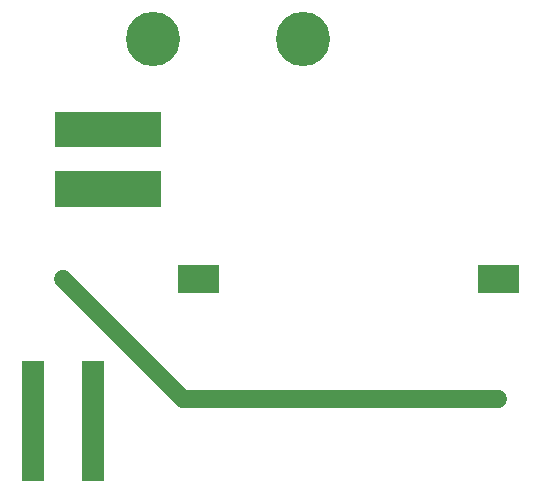
<source format=gbr>
%FSLAX32Y32*%
%MOMM*%
%LNLOETSTOP2*%
G71*
G01*
%ADD10C, 4.60*%
%ADD11C, 1.49*%
%LPD*%
X13206Y9238D02*
G54D10*
D03*
X11936Y9238D02*
G54D10*
D03*
G36*
X15030Y7326D02*
X14684Y7326D01*
X14684Y7086D01*
X15030Y7086D01*
X15030Y7326D01*
G37*
G36*
X12490Y7326D02*
X12144Y7326D01*
X12144Y7086D01*
X12490Y7086D01*
X12490Y7326D01*
G37*
G54D11*
X14857Y6190D02*
X12190Y6190D01*
X11174Y7206D01*
G36*
X11104Y7818D02*
X11244Y7818D01*
X11244Y8118D01*
X11104Y8118D01*
X11104Y7818D01*
G37*
G36*
X11231Y7818D02*
X11371Y7818D01*
X11371Y8118D01*
X11231Y8118D01*
X11231Y7818D01*
G37*
G36*
X11358Y7818D02*
X11498Y7818D01*
X11498Y8118D01*
X11358Y8118D01*
X11358Y7818D01*
G37*
G36*
X11485Y7818D02*
X11625Y7818D01*
X11625Y8118D01*
X11485Y8118D01*
X11485Y7818D01*
G37*
G36*
X11612Y7818D02*
X11752Y7818D01*
X11752Y8118D01*
X11612Y8118D01*
X11612Y7818D01*
G37*
G36*
X11739Y7818D02*
X11879Y7818D01*
X11879Y8118D01*
X11739Y8118D01*
X11739Y7818D01*
G37*
G36*
X11866Y7818D02*
X12006Y7818D01*
X12006Y8118D01*
X11866Y8118D01*
X11866Y7818D01*
G37*
G36*
X11866Y8318D02*
X12006Y8318D01*
X12006Y8618D01*
X11866Y8618D01*
X11866Y8318D01*
G37*
G36*
X11739Y8318D02*
X11879Y8318D01*
X11879Y8618D01*
X11739Y8618D01*
X11739Y8318D01*
G37*
G36*
X11612Y8318D02*
X11752Y8318D01*
X11752Y8618D01*
X11612Y8618D01*
X11612Y8318D01*
G37*
G36*
X11485Y8318D02*
X11625Y8318D01*
X11625Y8618D01*
X11485Y8618D01*
X11485Y8318D01*
G37*
G36*
X11358Y8318D02*
X11498Y8318D01*
X11498Y8618D01*
X11358Y8618D01*
X11358Y8318D01*
G37*
G36*
X11231Y8318D02*
X11371Y8318D01*
X11371Y8618D01*
X11231Y8618D01*
X11231Y8318D01*
G37*
G36*
X11104Y8318D02*
X11244Y8318D01*
X11244Y8618D01*
X11104Y8618D01*
X11104Y8318D01*
G37*
G36*
X10826Y6000D02*
X11014Y6000D01*
X11014Y6126D01*
X10826Y6126D01*
X10826Y6000D01*
G37*
G36*
X10826Y6128D02*
X11014Y6128D01*
X11014Y6252D01*
X10826Y6252D01*
X10826Y6128D01*
G37*
G36*
X10826Y6254D02*
X11014Y6254D01*
X11014Y6380D01*
X10826Y6380D01*
X10826Y6254D01*
G37*
G36*
X10826Y6382D02*
X11014Y6382D01*
X11014Y6506D01*
X10826Y6506D01*
X10826Y6382D01*
G37*
G36*
X11334Y6382D02*
X11522Y6382D01*
X11522Y6506D01*
X11334Y6506D01*
X11334Y6382D01*
G37*
G36*
X11334Y6254D02*
X11522Y6254D01*
X11522Y6380D01*
X11334Y6380D01*
X11334Y6254D01*
G37*
G36*
X11334Y6128D02*
X11522Y6128D01*
X11522Y6252D01*
X11334Y6252D01*
X11334Y6128D01*
G37*
G36*
X11334Y6000D02*
X11522Y6000D01*
X11522Y6126D01*
X11334Y6126D01*
X11334Y6000D01*
G37*
G36*
X11334Y5874D02*
X11522Y5874D01*
X11522Y5998D01*
X11334Y5998D01*
X11334Y5874D01*
G37*
G36*
X11334Y5746D02*
X11522Y5746D01*
X11522Y5872D01*
X11334Y5872D01*
X11334Y5746D01*
G37*
G36*
X11334Y5620D02*
X11522Y5620D01*
X11522Y5744D01*
X11334Y5744D01*
X11334Y5620D01*
G37*
G36*
X10826Y5874D02*
X11014Y5874D01*
X11014Y5998D01*
X10826Y5998D01*
X10826Y5874D01*
G37*
G36*
X10826Y5746D02*
X11014Y5746D01*
X11014Y5872D01*
X10826Y5872D01*
X10826Y5746D01*
G37*
G36*
X10826Y5620D02*
X11014Y5620D01*
X11014Y5744D01*
X10826Y5744D01*
X10826Y5620D01*
G37*
G36*
X11334Y5492D02*
X11522Y5492D01*
X11522Y5618D01*
X11334Y5618D01*
X11334Y5492D01*
G37*
G36*
X10826Y5492D02*
X11014Y5492D01*
X11014Y5618D01*
X10826Y5618D01*
X10826Y5492D01*
G37*
M02*

</source>
